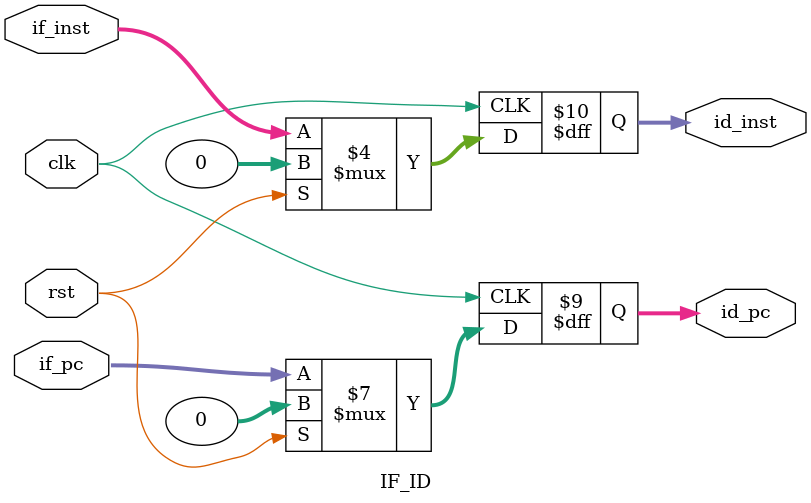
<source format=v>
`timescale 1ns / 1ps
`include "defines.v"

module IF_ID(
	input wire clk,
	input wire rst,
	input wire [31:0] if_pc,
	input wire [31:0] if_inst,
	output reg [31:0] id_pc,
	output reg [31:0] id_inst
    );

	always @(posedge clk) begin
		if (rst == 1'b1) begin
			id_pc <= 32'b0;
			id_inst <= 32'b0;
		end
		else begin
			id_pc <= if_pc;
			id_inst <= if_inst;
		end
	end
	
endmodule

</source>
